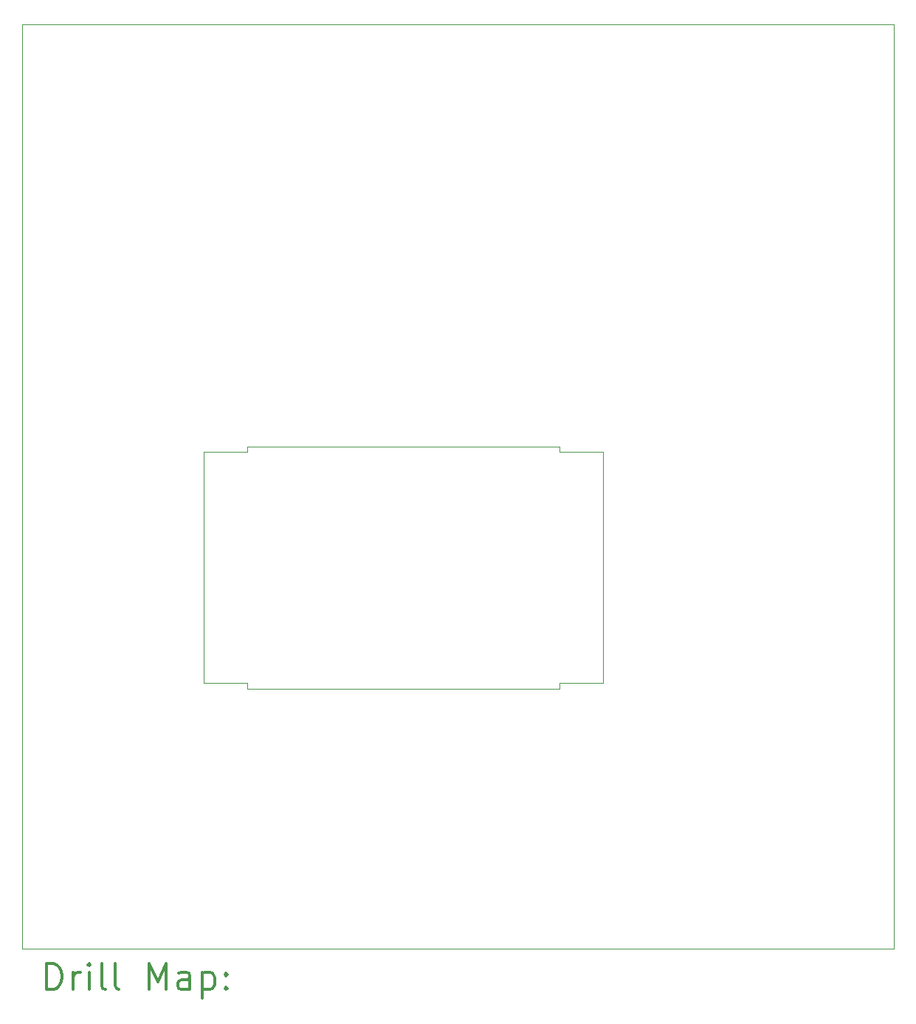
<source format=gbr>
%FSLAX45Y45*%
G04 Gerber Fmt 4.5, Leading zero omitted, Abs format (unit mm)*
G04 Created by KiCad (PCBNEW 5.1.10) date 2021-05-19 15:42:02*
%MOMM*%
%LPD*%
G01*
G04 APERTURE LIST*
%TA.AperFunction,Profile*%
%ADD10C,0.050000*%
%TD*%
%ADD11C,0.200000*%
%ADD12C,0.300000*%
G04 APERTURE END LIST*
D10*
X3800000Y-12200000D02*
X3825000Y-12200000D01*
X1750000Y-12200000D02*
X3800000Y-12200000D01*
X11750000Y-12200000D02*
X3825000Y-12200000D01*
X3837500Y-6505000D02*
X4337500Y-6505000D01*
X7912500Y-6505000D02*
X8412500Y-6505000D01*
X4337500Y-6442500D02*
X7912500Y-6442500D01*
X4337500Y-6505000D02*
X4337500Y-6442500D01*
X8412500Y-9155000D02*
X8412500Y-6505000D01*
X7912500Y-6505000D02*
X7912500Y-6442500D01*
X3837500Y-6505000D02*
X3837500Y-9155000D01*
X4337500Y-9155000D02*
X3837500Y-9155000D01*
X7912500Y-9217500D02*
X4337500Y-9217500D01*
X8412500Y-9155000D02*
X7912500Y-9155000D01*
X7912500Y-9155000D02*
X7912500Y-9217500D01*
X4337500Y-9155000D02*
X4337500Y-9217500D01*
X1750000Y-12200000D02*
X1750000Y-1600000D01*
X11750000Y-1600000D02*
X11750000Y-12200000D01*
X1750000Y-1600000D02*
X11750000Y-1600000D01*
D11*
D12*
X2033928Y-12668214D02*
X2033928Y-12368214D01*
X2105357Y-12368214D01*
X2148214Y-12382500D01*
X2176786Y-12411071D01*
X2191071Y-12439643D01*
X2205357Y-12496786D01*
X2205357Y-12539643D01*
X2191071Y-12596786D01*
X2176786Y-12625357D01*
X2148214Y-12653929D01*
X2105357Y-12668214D01*
X2033928Y-12668214D01*
X2333928Y-12668214D02*
X2333928Y-12468214D01*
X2333928Y-12525357D02*
X2348214Y-12496786D01*
X2362500Y-12482500D01*
X2391071Y-12468214D01*
X2419643Y-12468214D01*
X2519643Y-12668214D02*
X2519643Y-12468214D01*
X2519643Y-12368214D02*
X2505357Y-12382500D01*
X2519643Y-12396786D01*
X2533928Y-12382500D01*
X2519643Y-12368214D01*
X2519643Y-12396786D01*
X2705357Y-12668214D02*
X2676786Y-12653929D01*
X2662500Y-12625357D01*
X2662500Y-12368214D01*
X2862500Y-12668214D02*
X2833928Y-12653929D01*
X2819643Y-12625357D01*
X2819643Y-12368214D01*
X3205357Y-12668214D02*
X3205357Y-12368214D01*
X3305357Y-12582500D01*
X3405357Y-12368214D01*
X3405357Y-12668214D01*
X3676786Y-12668214D02*
X3676786Y-12511071D01*
X3662500Y-12482500D01*
X3633928Y-12468214D01*
X3576786Y-12468214D01*
X3548214Y-12482500D01*
X3676786Y-12653929D02*
X3648214Y-12668214D01*
X3576786Y-12668214D01*
X3548214Y-12653929D01*
X3533928Y-12625357D01*
X3533928Y-12596786D01*
X3548214Y-12568214D01*
X3576786Y-12553929D01*
X3648214Y-12553929D01*
X3676786Y-12539643D01*
X3819643Y-12468214D02*
X3819643Y-12768214D01*
X3819643Y-12482500D02*
X3848214Y-12468214D01*
X3905357Y-12468214D01*
X3933928Y-12482500D01*
X3948214Y-12496786D01*
X3962500Y-12525357D01*
X3962500Y-12611071D01*
X3948214Y-12639643D01*
X3933928Y-12653929D01*
X3905357Y-12668214D01*
X3848214Y-12668214D01*
X3819643Y-12653929D01*
X4091071Y-12639643D02*
X4105357Y-12653929D01*
X4091071Y-12668214D01*
X4076786Y-12653929D01*
X4091071Y-12639643D01*
X4091071Y-12668214D01*
X4091071Y-12482500D02*
X4105357Y-12496786D01*
X4091071Y-12511071D01*
X4076786Y-12496786D01*
X4091071Y-12482500D01*
X4091071Y-12511071D01*
M02*

</source>
